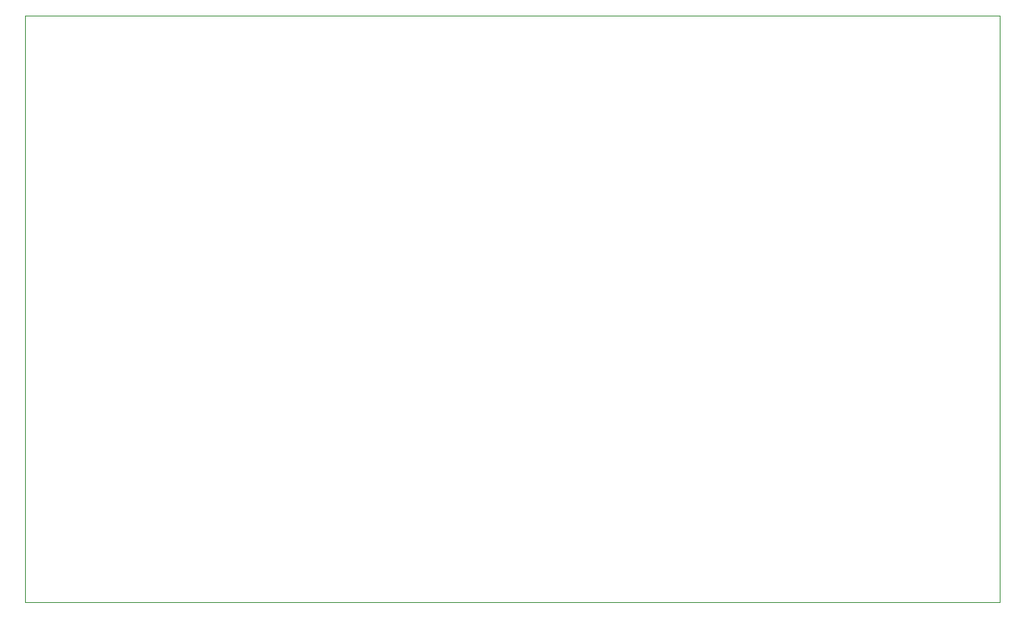
<source format=gbr>
%TF.GenerationSoftware,KiCad,Pcbnew,7.0.10*%
%TF.CreationDate,2024-02-20T10:07:26+01:00*%
%TF.ProjectId,arenaPCBv1,6172656e-6150-4434-9276-312e6b696361,rev?*%
%TF.SameCoordinates,Original*%
%TF.FileFunction,Profile,NP*%
%FSLAX46Y46*%
G04 Gerber Fmt 4.6, Leading zero omitted, Abs format (unit mm)*
G04 Created by KiCad (PCBNEW 7.0.10) date 2024-02-20 10:07:26*
%MOMM*%
%LPD*%
G01*
G04 APERTURE LIST*
%TA.AperFunction,Profile*%
%ADD10C,0.100000*%
%TD*%
G04 APERTURE END LIST*
D10*
X99060000Y-49530000D02*
X204470000Y-49530000D01*
X204470000Y-113030000D01*
X99060000Y-113030000D01*
X99060000Y-49530000D01*
M02*

</source>
